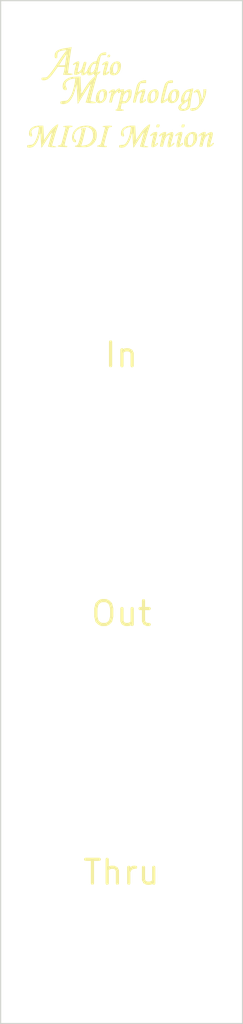
<source format=kicad_pcb>
(kicad_pcb (version 4) (host pcbnew 4.0.2-stable)

  (general
    (links 0)
    (no_connects 0)
    (area 63.424999 32.924999 94.025001 161.575001)
    (thickness 1.6)
    (drawings 39)
    (tracks 0)
    (zones 0)
    (modules 19)
    (nets 1)
  )

  (page A4)
  (layers
    (0 F.Cu signal hide)
    (31 B.Cu signal hide)
    (32 B.Adhes user hide)
    (33 F.Adhes user hide)
    (34 B.Paste user hide)
    (35 F.Paste user hide)
    (36 B.SilkS user hide)
    (37 F.SilkS user)
    (38 B.Mask user hide)
    (39 F.Mask user)
    (40 Dwgs.User user hide)
    (41 Cmts.User user hide)
    (42 Eco1.User user hide)
    (43 Eco2.User user hide)
    (44 Edge.Cuts user)
    (45 Margin user hide)
    (46 B.CrtYd user hide)
    (47 F.CrtYd user hide)
    (48 B.Fab user hide)
    (49 F.Fab user hide)
  )

  (setup
    (last_trace_width 0.25)
    (trace_clearance 0.2)
    (zone_clearance 0.508)
    (zone_45_only no)
    (trace_min 0.2)
    (segment_width 0.2)
    (edge_width 0.15)
    (via_size 0.6)
    (via_drill 0.4)
    (via_min_size 0.4)
    (via_min_drill 0.3)
    (uvia_size 0.3)
    (uvia_drill 0.1)
    (uvias_allowed no)
    (uvia_min_size 0.2)
    (uvia_min_drill 0.1)
    (pcb_text_width 0.3)
    (pcb_text_size 1.5 1.5)
    (mod_edge_width 0.15)
    (mod_text_size 1 1)
    (mod_text_width 0.15)
    (pad_size 1.524 1.524)
    (pad_drill 0.762)
    (pad_to_mask_clearance 0.2)
    (aux_axis_origin 0 0)
    (visible_elements 7FFFFFFF)
    (pcbplotparams
      (layerselection 0x010a0_00000000)
      (usegerberextensions false)
      (excludeedgelayer true)
      (linewidth 0.100000)
      (plotframeref false)
      (viasonmask false)
      (mode 1)
      (useauxorigin false)
      (hpglpennumber 1)
      (hpglpenspeed 20)
      (hpglpendiameter 15)
      (hpglpenoverlay 2)
      (psnegative false)
      (psa4output false)
      (plotreference true)
      (plotvalue true)
      (plotinvisibletext false)
      (padsonsilk false)
      (subtractmaskfromsilk false)
      (outputformat 1)
      (mirror false)
      (drillshape 0)
      (scaleselection 1)
      (outputdirectory gerber/))
  )

  (net 0 "")

  (net_class Default "This is the default net class."
    (clearance 0.2)
    (trace_width 0.25)
    (via_dia 0.6)
    (via_drill 0.4)
    (uvia_dia 0.3)
    (uvia_drill 0.1)
  )

  (module europi:MountingHole_1.6mm (layer F.Cu) (tedit 5856B7B2) (tstamp 5856BC1D)
    (at 88.2 64.5)
    (descr "Mounting Hole 8.4mm, no annular, M8")
    (tags "mounting hole 8.4mm no annular m8")
    (fp_text reference "" (at 0 -9.4) (layer F.SilkS)
      (effects (font (size 1 1) (thickness 0.15)))
    )
    (fp_text value MountingHole_1.6mm (at 0 9.4) (layer F.Fab)
      (effects (font (size 1 1) (thickness 0.15)))
    )
    (fp_circle (center 0 0) (end 8.4 0) (layer Cmts.User) (width 0.15))
    (fp_circle (center 0 0) (end 8.65 0) (layer F.CrtYd) (width 0.05))
    (pad "" np_thru_hole circle (at 0 0) (size 1.6 1.6) (drill 1.6) (layers *.Cu *.Mask))
  )

  (module europi:MountingHole_1.6mm (layer F.Cu) (tedit 5856B7AC) (tstamp 5856BC25)
    (at 74.7 73.1)
    (descr "Mounting Hole 8.4mm, no annular, M8")
    (tags "mounting hole 8.4mm no annular m8")
    (fp_text reference "" (at 0 -9.4) (layer F.SilkS)
      (effects (font (size 1 1) (thickness 0.15)))
    )
    (fp_text value MountingHole_1.6mm (at 0 9.4) (layer F.Fab)
      (effects (font (size 1 1) (thickness 0.15)))
    )
    (fp_circle (center 0 0) (end 8.4 0) (layer Cmts.User) (width 0.15))
    (fp_circle (center 0 0) (end 8.65 0) (layer F.CrtYd) (width 0.05))
    (pad "" np_thru_hole circle (at 0 0) (size 1.6 1.6) (drill 1.6) (layers *.Cu *.Mask))
  )

  (module europi:MountingHole_1.6mm (layer F.Cu) (tedit 5856B7BB) (tstamp 5856BC16)
    (at 74.65 55.9)
    (descr "Mounting Hole 8.4mm, no annular, M8")
    (tags "mounting hole 8.4mm no annular m8")
    (fp_text reference "" (at 0 -9.4) (layer F.SilkS)
      (effects (font (size 1 1) (thickness 0.15)))
    )
    (fp_text value MountingHole_1.6mm (at 0 9.4) (layer F.Fab)
      (effects (font (size 1 1) (thickness 0.15)))
    )
    (fp_circle (center 0 0) (end 8.4 0) (layer Cmts.User) (width 0.15))
    (fp_circle (center 0 0) (end 8.65 0) (layer F.CrtYd) (width 0.05))
    (pad "" np_thru_hole circle (at 0 0) (size 1.6 1.6) (drill 1.6) (layers *.Cu *.Mask))
  )

  (module europi:MountingHole_1.6mm (layer F.Cu) (tedit 5856B7C2) (tstamp 5856BC2C)
    (at 74.7 88.4)
    (descr "Mounting Hole 8.4mm, no annular, M8")
    (tags "mounting hole 8.4mm no annular m8")
    (fp_text reference "" (at 0 -9.4) (layer F.SilkS)
      (effects (font (size 1 1) (thickness 0.15)))
    )
    (fp_text value MountingHole_1.6mm (at 0 9.4) (layer F.Fab)
      (effects (font (size 1 1) (thickness 0.15)))
    )
    (fp_circle (center 0 0) (end 8.4 0) (layer Cmts.User) (width 0.15))
    (fp_circle (center 0 0) (end 8.65 0) (layer F.CrtYd) (width 0.05))
    (pad "" np_thru_hole circle (at 0 0) (size 1.6 1.6) (drill 1.6) (layers *.Cu *.Mask))
  )

  (module europi:MountingHole_1.6mm (layer F.Cu) (tedit 5856B7C7) (tstamp 5856BC33)
    (at 88.2 97)
    (descr "Mounting Hole 8.4mm, no annular, M8")
    (tags "mounting hole 8.4mm no annular m8")
    (fp_text reference "" (at 0 -9.4) (layer F.SilkS)
      (effects (font (size 1 1) (thickness 0.15)))
    )
    (fp_text value MountingHole_1.6mm (at 0 9.4) (layer F.Fab)
      (effects (font (size 1 1) (thickness 0.15)))
    )
    (fp_circle (center 0 0) (end 8.4 0) (layer Cmts.User) (width 0.15))
    (fp_circle (center 0 0) (end 8.65 0) (layer F.CrtYd) (width 0.05))
    (pad "" np_thru_hole circle (at 0 0) (size 1.6 1.6) (drill 1.6) (layers *.Cu *.Mask))
  )

  (module AM_Logo_Midi_Minion (layer F.Cu) (tedit 5856BC76) (tstamp 5856C7AB)
    (at 0 0)
    (fp_text reference "" (at 0 8.45) (layer F.SilkS)
      (effects (font (size 1 1) (thickness 0.15)))
    )
    (fp_text value AM_Logo_Midi_Minion (at 0 -9.25) (layer F.Fab)
      (effects (font (size 1 1) (thickness 0.15)))
    )
  )

  (module AM_Logo_Midi_Minion (layer F.Cu) (tedit 5856BC76) (tstamp 5856C7A7)
    (at 0 0)
    (fp_text reference "" (at 0 8.45) (layer F.SilkS)
      (effects (font (size 1 1) (thickness 0.15)))
    )
    (fp_text value AM_Logo_Midi_Minion (at 0 -9.25) (layer F.Fab)
      (effects (font (size 1 1) (thickness 0.15)))
    )
  )

  (module Mounting_Holes:MountingHole_3.2mm_M3_ISO7380 (layer F.Cu) (tedit 5856B599) (tstamp 5856B662)
    (at 71 36)
    (descr "Mounting Hole 3.2mm, no annular, M3, ISO7380")
    (tags "mounting hole 3.2mm no annular m3 iso7380")
    (fp_text reference "" (at 0 -3.85) (layer F.SilkS)
      (effects (font (size 1 1) (thickness 0.15)))
    )
    (fp_text value MountingHole_3.2mm_M3_ISO7380 (at 0 3.85) (layer F.Fab)
      (effects (font (size 1 1) (thickness 0.15)))
    )
    (fp_circle (center 0 0) (end 2.85 0) (layer Cmts.User) (width 0.15))
    (fp_circle (center 0 0) (end 3.1 0) (layer F.CrtYd) (width 0.05))
    (pad 1 np_thru_hole circle (at 0 0) (size 3.2 3.2) (drill 3.2) (layers *.Cu *.Mask))
  )

  (module Mounting_Holes:MountingHole_3.2mm_M3_ISO7380 (layer F.Cu) (tedit 5856B5B0) (tstamp 5856B664)
    (at 71 158.5)
    (descr "Mounting Hole 3.2mm, no annular, M3, ISO7380")
    (tags "mounting hole 3.2mm no annular m3 iso7380")
    (fp_text reference "" (at 0 -3.85) (layer F.SilkS)
      (effects (font (size 1 1) (thickness 0.15)))
    )
    (fp_text value MountingHole_3.2mm_M3_ISO7380 (at 0 3.85) (layer F.Fab)
      (effects (font (size 1 1) (thickness 0.15)))
    )
    (fp_circle (center 0 0) (end 2.85 0) (layer Cmts.User) (width 0.15))
    (fp_circle (center 0 0) (end 3.1 0) (layer F.CrtYd) (width 0.05))
    (pad 1 np_thru_hole circle (at 0 0) (size 3.2 3.2) (drill 3.2) (layers *.Cu *.Mask))
  )

  (module europi:MountingHole_1.6mm (layer F.Cu) (tedit 5856B7CD) (tstamp 5856BC3A)
    (at 74.7 105.6)
    (descr "Mounting Hole 8.4mm, no annular, M8")
    (tags "mounting hole 8.4mm no annular m8")
    (fp_text reference "" (at 0 -9.4) (layer F.SilkS)
      (effects (font (size 1 1) (thickness 0.15)))
    )
    (fp_text value MountingHole_1.6mm (at 0 9.4) (layer F.Fab)
      (effects (font (size 1 1) (thickness 0.15)))
    )
    (fp_circle (center 0 0) (end 8.4 0) (layer Cmts.User) (width 0.15))
    (fp_circle (center 0 0) (end 8.65 0) (layer F.CrtYd) (width 0.05))
    (pad "" np_thru_hole circle (at 0 0) (size 1.6 1.6) (drill 1.6) (layers *.Cu *.Mask))
  )

  (module europi:MountingHole_1.6mm (layer F.Cu) (tedit 5856B7E0) (tstamp 5856BC41)
    (at 74.7 138.1)
    (descr "Mounting Hole 8.4mm, no annular, M8")
    (tags "mounting hole 8.4mm no annular m8")
    (fp_text reference "" (at 0 -9.4) (layer F.SilkS)
      (effects (font (size 1 1) (thickness 0.15)))
    )
    (fp_text value MountingHole_1.6mm (at 0 9.4) (layer F.Fab)
      (effects (font (size 1 1) (thickness 0.15)))
    )
    (fp_circle (center 0 0) (end 8.4 0) (layer Cmts.User) (width 0.15))
    (fp_circle (center 0 0) (end 8.65 0) (layer F.CrtYd) (width 0.05))
    (pad "" np_thru_hole circle (at 0 0) (size 1.6 1.6) (drill 1.6) (layers *.Cu *.Mask))
  )

  (module europi:MountingHole_1.6mm (layer F.Cu) (tedit 5856B7DA) (tstamp 5856BC48)
    (at 88.2 129.5)
    (descr "Mounting Hole 8.4mm, no annular, M8")
    (tags "mounting hole 8.4mm no annular m8")
    (fp_text reference "" (at 0 -9.4) (layer F.SilkS)
      (effects (font (size 1 1) (thickness 0.15)))
    )
    (fp_text value MountingHole_1.6mm (at 0 9.4) (layer F.Fab)
      (effects (font (size 1 1) (thickness 0.15)))
    )
    (fp_circle (center 0 0) (end 8.4 0) (layer Cmts.User) (width 0.15))
    (fp_circle (center 0 0) (end 8.65 0) (layer F.CrtYd) (width 0.05))
    (pad "" np_thru_hole circle (at 0 0) (size 1.6 1.6) (drill 1.6) (layers *.Cu *.Mask))
  )

  (module europi:MountingHole_1.6mm (layer F.Cu) (tedit 5856B7D5) (tstamp 5856BC4F)
    (at 74.7 120.9)
    (descr "Mounting Hole 8.4mm, no annular, M8")
    (tags "mounting hole 8.4mm no annular m8")
    (fp_text reference "" (at 0 -9.4) (layer F.SilkS)
      (effects (font (size 1 1) (thickness 0.15)))
    )
    (fp_text value MountingHole_1.6mm (at 0 9.4) (layer F.Fab)
      (effects (font (size 1 1) (thickness 0.15)))
    )
    (fp_circle (center 0 0) (end 8.4 0) (layer Cmts.User) (width 0.15))
    (fp_circle (center 0 0) (end 8.65 0) (layer F.CrtYd) (width 0.05))
    (pad "" np_thru_hole circle (at 0 0) (size 1.6 1.6) (drill 1.6) (layers *.Cu *.Mask))
  )

  (module europi:MountingHole_15mm (layer F.Cu) (tedit 5856B934) (tstamp 5856C0A6)
    (at 78.7 64.5)
    (descr "Mounting Hole 8.4mm, no annular, M8")
    (tags "mounting hole 8.4mm no annular m8")
    (fp_text reference "" (at 0 -9.4) (layer F.SilkS)
      (effects (font (size 1 1) (thickness 0.15)))
    )
    (fp_text value MountingHole_15mm (at 0 9.4) (layer F.Fab)
      (effects (font (size 1 1) (thickness 0.15)))
    )
    (pad "" np_thru_hole circle (at 0 0) (size 15 15) (drill 15) (layers *.Cu *.Mask))
  )

  (module europi:MountingHole_15mm (layer F.Cu) (tedit 5856B923) (tstamp 5856C0AB)
    (at 78.7 97)
    (descr "Mounting Hole 8.4mm, no annular, M8")
    (tags "mounting hole 8.4mm no annular m8")
    (fp_text reference "" (at 0 -9.4) (layer F.SilkS)
      (effects (font (size 1 1) (thickness 0.15)))
    )
    (fp_text value MountingHole_15mm (at 0 9.4) (layer F.Fab)
      (effects (font (size 1 1) (thickness 0.15)))
    )
    (pad "" np_thru_hole circle (at 0 0) (size 15 15) (drill 15) (layers *.Cu *.Mask))
  )

  (module europi:MountingHole_15mm (layer F.Cu) (tedit 5856B91B) (tstamp 5856C0B0)
    (at 78.7 129.5)
    (descr "Mounting Hole 8.4mm, no annular, M8")
    (tags "mounting hole 8.4mm no annular m8")
    (fp_text reference "" (at 0 -9.4) (layer F.SilkS)
      (effects (font (size 1 1) (thickness 0.15)))
    )
    (fp_text value MountingHole_15mm (at 0 9.4) (layer F.Fab)
      (effects (font (size 1 1) (thickness 0.15)))
    )
    (pad "" np_thru_hole circle (at 0 0) (size 15 15) (drill 15) (layers *.Cu *.Mask))
  )

  (module europi:MountingHole_3mm (layer F.Cu) (tedit 5856B92B) (tstamp 5856C292)
    (at 71.1 77.6)
    (descr "Mounting Hole 8.4mm, no annular, M8")
    (tags "mounting hole 8.4mm no annular m8")
    (fp_text reference "" (at 0.05 -3.7) (layer F.SilkS)
      (effects (font (size 1 1) (thickness 0.15)))
    )
    (fp_text value MountingHole_3mm (at 0.2 4.2) (layer F.Fab)
      (effects (font (size 1 1) (thickness 0.15)))
    )
    (pad "" np_thru_hole circle (at 0 0) (size 3 3) (drill 3) (layers *.Cu *.Mask))
  )

  (module europi:MountingHole_3mm (layer F.Cu) (tedit 5856B914) (tstamp 5856C297)
    (at 71.1 110.2)
    (descr "Mounting Hole 8.4mm, no annular, M8")
    (tags "mounting hole 8.4mm no annular m8")
    (fp_text reference "" (at 0.05 -3.7) (layer F.SilkS)
      (effects (font (size 1 1) (thickness 0.15)))
    )
    (fp_text value MountingHole_3mm (at 0.2 4.2) (layer F.Fab)
      (effects (font (size 1 1) (thickness 0.15)))
    )
    (pad "" np_thru_hole circle (at 0 0) (size 3 3) (drill 3) (layers *.Cu *.Mask))
  )

  (module europi:AM_LOGO_MIDI_Minion (layer F.Cu) (tedit 0) (tstamp 5856CDA2)
    (at 77.8 45.55)
    (fp_text reference G*** (at 0 0) (layer F.SilkS) hide
      (effects (font (thickness 0.3)))
    )
    (fp_text value LOGO (at 0.75 0) (layer F.SilkS) hide
      (effects (font (thickness 0.3)))
    )
    (fp_poly (pts (xy -7.053305 3.041351) (xy -7.080121 3.180037) (xy -7.139892 3.352136) (xy -7.203367 3.533888)
      (xy -7.288198 3.795399) (xy -7.385298 4.107718) (xy -7.485582 4.441898) (xy -7.534046 4.608025)
      (xy -7.622666 4.914677) (xy -7.701784 5.187774) (xy -7.765465 5.40688) (xy -7.807772 5.551556)
      (xy -7.821162 5.596534) (xy -7.816991 5.655852) (xy -7.745129 5.695359) (xy -7.583917 5.726267)
      (xy -7.565589 5.728831) (xy -7.404191 5.760134) (xy -7.301197 5.797606) (xy -7.281333 5.819074)
      (xy -7.332613 5.846253) (xy -7.466671 5.862943) (xy -7.653837 5.868604) (xy -7.86444 5.862697)
      (xy -8.068808 5.844683) (xy -8.13815 5.834636) (xy -8.271773 5.806002) (xy -8.317191 5.762469)
      (xy -8.298259 5.675483) (xy -8.289872 5.653041) (xy -8.24657 5.524632) (xy -8.188381 5.332252)
      (xy -8.121013 5.097249) (xy -8.050174 4.840972) (xy -7.981574 4.584766) (xy -7.920922 4.34998)
      (xy -7.873924 4.157963) (xy -7.846291 4.03006) (xy -7.843732 3.987621) (xy -7.844757 3.988531)
      (xy -7.944256 4.113422) (xy -8.086559 4.311131) (xy -8.255791 4.558034) (xy -8.436078 4.83051)
      (xy -8.611545 5.104935) (xy -8.766318 5.357688) (xy -8.777371 5.376333) (xy -8.910319 5.595287)
      (xy -9.024898 5.772936) (xy -9.108044 5.889733) (xy -9.145128 5.926666) (xy -9.161877 5.873401)
      (xy -9.180836 5.726184) (xy -9.20026 5.503883) (xy -9.218405 5.225366) (xy -9.228697 5.022894)
      (xy -9.245135 4.715442) (xy -9.264006 4.449527) (xy -9.283548 4.244755) (xy -9.301997 4.120732)
      (xy -9.31235 4.092829) (xy -9.344955 4.128928) (xy -9.38785 4.249106) (xy -9.427257 4.407542)
      (xy -9.544644 4.817593) (xy -9.709665 5.191034) (xy -9.909883 5.506973) (xy -10.132862 5.744521)
      (xy -10.284197 5.847039) (xy -10.425777 5.894636) (xy -10.603503 5.921654) (xy -10.773687 5.92517)
      (xy -10.892639 5.902267) (xy -10.912592 5.889037) (xy -10.942292 5.80827) (xy -10.950222 5.719703)
      (xy -10.940487 5.643431) (xy -10.892763 5.604136) (xy -10.77927 5.589736) (xy -10.64739 5.588)
      (xy -10.399584 5.566138) (xy -10.229068 5.496028) (xy -10.207621 5.480286) (xy -10.049893 5.304325)
      (xy -9.896009 5.038046) (xy -9.754623 4.70392) (xy -9.634388 4.324415) (xy -9.543958 3.922001)
      (xy -9.504887 3.655512) (xy -9.466153 3.313143) (xy -9.704224 3.345075) (xy -9.933108 3.40693)
      (xy -10.149563 3.518191) (xy -10.321562 3.657706) (xy -10.41708 3.804323) (xy -10.421209 3.818628)
      (xy -10.428512 3.979109) (xy -10.394035 4.147084) (xy -10.336745 4.345736) (xy -10.342851 4.462871)
      (xy -10.414732 4.511949) (xy -10.459155 4.515555) (xy -10.608035 4.481117) (xy -10.693461 4.369556)
      (xy -10.724047 4.168506) (xy -10.724444 4.134574) (xy -10.676896 3.826376) (xy -10.531591 3.573021)
      (xy -10.371726 3.425601) (xy -10.150514 3.290374) (xy -9.907244 3.20723) (xy -9.609129 3.167514)
      (xy -9.368887 3.160888) (xy -8.933287 3.160888) (xy -8.883421 4.068785) (xy -8.833555 4.976681)
      (xy -8.425374 4.354735) (xy -8.173269 3.985421) (xy -7.950215 3.6951) (xy -7.736288 3.461049)
      (xy -7.511566 3.260548) (xy -7.371642 3.153031) (xy -7.193354 3.032756) (xy -7.089146 2.993893)
      (xy -7.053305 3.041351)) (layer F.SilkS) (width 0.01))
    (fp_poly (pts (xy 4.517806 3.041351) (xy 4.490991 3.180037) (xy 4.431219 3.352136) (xy 4.367744 3.533888)
      (xy 4.282914 3.795399) (xy 4.185813 4.107718) (xy 4.085529 4.441898) (xy 4.037065 4.608025)
      (xy 3.948445 4.914677) (xy 3.869327 5.187774) (xy 3.805646 5.40688) (xy 3.763339 5.551556)
      (xy 3.749949 5.596534) (xy 3.75412 5.655852) (xy 3.825982 5.695359) (xy 3.987194 5.726267)
      (xy 4.005522 5.728831) (xy 4.16692 5.760134) (xy 4.269914 5.797606) (xy 4.289778 5.819074)
      (xy 4.238498 5.846253) (xy 4.10444 5.862943) (xy 3.917274 5.868604) (xy 3.706672 5.862697)
      (xy 3.502303 5.844683) (xy 3.432961 5.834636) (xy 3.299338 5.806002) (xy 3.25392 5.762469)
      (xy 3.272852 5.675483) (xy 3.28124 5.653041) (xy 3.324541 5.524632) (xy 3.38273 5.332252)
      (xy 3.450098 5.097249) (xy 3.520937 4.840972) (xy 3.589537 4.584766) (xy 3.65019 4.34998)
      (xy 3.697187 4.157963) (xy 3.72482 4.03006) (xy 3.727379 3.987621) (xy 3.726354 3.988531)
      (xy 3.626855 4.113422) (xy 3.484552 4.311131) (xy 3.31532 4.558034) (xy 3.135033 4.83051)
      (xy 2.959566 5.104935) (xy 2.804793 5.357688) (xy 2.79374 5.376333) (xy 2.660792 5.595287)
      (xy 2.546213 5.772936) (xy 2.463067 5.889733) (xy 2.425983 5.926666) (xy 2.409234 5.873401)
      (xy 2.390275 5.726184) (xy 2.370851 5.503883) (xy 2.352706 5.225366) (xy 2.342415 5.022894)
      (xy 2.325977 4.715442) (xy 2.307105 4.449527) (xy 2.287563 4.244755) (xy 2.269115 4.120732)
      (xy 2.258761 4.092829) (xy 2.226156 4.128928) (xy 2.183261 4.249106) (xy 2.143854 4.407542)
      (xy 2.026467 4.817593) (xy 1.861446 5.191034) (xy 1.661228 5.506973) (xy 1.438249 5.744521)
      (xy 1.286914 5.847039) (xy 1.145334 5.894636) (xy 0.967608 5.921654) (xy 0.797424 5.92517)
      (xy 0.678472 5.902267) (xy 0.658519 5.889037) (xy 0.628819 5.80827) (xy 0.620889 5.719703)
      (xy 0.630624 5.643431) (xy 0.678348 5.604136) (xy 0.791841 5.589736) (xy 0.923721 5.588)
      (xy 1.171527 5.566138) (xy 1.342043 5.496028) (xy 1.36349 5.480286) (xy 1.521219 5.304325)
      (xy 1.675102 5.038046) (xy 1.816488 4.70392) (xy 1.936723 4.324415) (xy 2.027153 3.922001)
      (xy 2.066224 3.655512) (xy 2.104958 3.313143) (xy 1.866888 3.345075) (xy 1.638003 3.40693)
      (xy 1.421549 3.518191) (xy 1.249549 3.657706) (xy 1.154031 3.804323) (xy 1.149902 3.818628)
      (xy 1.142599 3.979109) (xy 1.177076 4.147084) (xy 1.234366 4.345736) (xy 1.22826 4.462871)
      (xy 1.156379 4.511949) (xy 1.111956 4.515555) (xy 0.963076 4.481117) (xy 0.87765 4.369556)
      (xy 0.847064 4.168506) (xy 0.846667 4.134574) (xy 0.894215 3.826376) (xy 1.03952 3.573021)
      (xy 1.199385 3.425601) (xy 1.420597 3.290374) (xy 1.663867 3.20723) (xy 1.961982 3.167514)
      (xy 2.202224 3.160888) (xy 2.637824 3.160888) (xy 2.68769 4.068785) (xy 2.737556 4.976681)
      (xy 3.145738 4.354735) (xy 3.397842 3.985421) (xy 3.620896 3.6951) (xy 3.834823 3.461049)
      (xy 4.059546 3.260548) (xy 4.199469 3.153031) (xy 4.377757 3.032756) (xy 4.481966 2.993893)
      (xy 4.517806 3.041351)) (layer F.SilkS) (width 0.01))
    (fp_poly (pts (xy -5.389701 3.172301) (xy -5.294313 3.188224) (xy -5.254483 3.218125) (xy -5.249333 3.24358)
      (xy -5.298066 3.312401) (xy -5.414635 3.330222) (xy -5.564404 3.357693) (xy -5.663436 3.413721)
      (xy -5.694499 3.483764) (xy -5.746726 3.642847) (xy -5.814596 3.87032) (xy -5.892586 4.145533)
      (xy -5.975174 4.447838) (xy -6.056839 4.756584) (xy -6.132057 5.051123) (xy -6.195308 5.310803)
      (xy -6.241068 5.514977) (xy -6.263816 5.642995) (xy -6.265333 5.664482) (xy -6.215691 5.688644)
      (xy -6.093779 5.700609) (xy -6.069549 5.700888) (xy -5.938788 5.712171) (xy -5.899108 5.752997)
      (xy -5.906255 5.785555) (xy -5.981376 5.848861) (xy -6.059705 5.858733) (xy -6.171665 5.851081)
      (xy -6.360237 5.841078) (xy -6.589224 5.830608) (xy -6.646333 5.828228) (xy -6.892635 5.812692)
      (xy -7.04093 5.788595) (xy -7.105962 5.752926) (xy -7.112 5.73311) (xy -7.062317 5.673087)
      (xy -6.939362 5.625183) (xy -6.91513 5.620074) (xy -6.766685 5.567351) (xy -6.668028 5.488202)
      (xy -6.662913 5.479724) (xy -6.631148 5.392091) (xy -6.578473 5.215421) (xy -6.510652 4.970366)
      (xy -6.43345 4.67758) (xy -6.3761 4.452042) (xy -6.297401 4.138568) (xy -6.22673 3.858516)
      (xy -6.169282 3.632364) (xy -6.130254 3.480592) (xy -6.116513 3.429) (xy -6.118951 3.359415)
      (xy -6.197191 3.332591) (xy -6.266233 3.330222) (xy -6.395018 3.311493) (xy -6.420675 3.259666)
      (xy -6.360689 3.221872) (xy -6.204852 3.194741) (xy -5.946099 3.177248) (xy -5.823305 3.173025)
      (xy -5.559685 3.168015) (xy -5.389701 3.172301)) (layer F.SilkS) (width 0.01))
    (fp_poly (pts (xy -3.215804 3.171294) (xy -2.981396 3.213708) (xy -2.743347 3.326052) (xy -2.51605 3.502442)
      (xy -2.338814 3.708935) (xy -2.277592 3.821416) (xy -2.220444 4.052022) (xy -2.20375 4.339113)
      (xy -2.226195 4.634295) (xy -2.286465 4.889175) (xy -2.308036 4.942578) (xy -2.513138 5.277531)
      (xy -2.788904 5.556975) (xy -3.075811 5.737503) (xy -3.218568 5.797358) (xy -3.357227 5.835267)
      (xy -3.522713 5.855444) (xy -3.745948 5.862105) (xy -3.979333 5.860637) (xy -4.253825 5.855032)
      (xy -4.504959 5.846591) (xy -4.699851 5.836597) (xy -4.787093 5.829135) (xy -4.918629 5.789345)
      (xy -4.947105 5.730669) (xy -4.87422 5.676281) (xy -4.774266 5.654319) (xy -4.683561 5.624552)
      (xy -4.602223 5.549646) (xy -4.524437 5.41683) (xy -4.44439 5.213334) (xy -4.356265 4.926389)
      (xy -4.254248 4.543224) (xy -4.236624 4.473627) (xy -4.163647 4.173836) (xy -4.119696 3.962743)
      (xy -4.102197 3.820672) (xy -4.108572 3.727947) (xy -4.131687 3.67186) (xy -4.173948 3.592256)
      (xy -4.165014 3.542592) (xy -4.086524 3.510025) (xy -3.920115 3.48171) (xy -3.845115 3.471426)
      (xy -3.661177 3.454101) (xy -3.579728 3.466402) (xy -3.578811 3.4908) (xy -3.603788 3.564543)
      (xy -3.647906 3.727767) (xy -3.705899 3.959733) (xy -3.772504 4.239702) (xy -3.807508 4.391724)
      (xy -3.88135 4.704233) (xy -3.954848 4.994693) (xy -4.021092 5.237176) (xy -4.073176 5.40575)
      (xy -4.088664 5.447078) (xy -4.139079 5.586002) (xy -4.157001 5.674604) (xy -4.153728 5.68642)
      (xy -4.089773 5.69077) (xy -3.94565 5.678557) (xy -3.752434 5.652423) (xy -3.750549 5.65213)
      (xy -3.389305 5.561108) (xy -3.110944 5.40702) (xy -2.89746 5.177449) (xy -2.788203 4.988537)
      (xy -2.705764 4.799947) (xy -2.664928 4.63431) (xy -2.656284 4.439537) (xy -2.662347 4.292047)
      (xy -2.700044 3.99259) (xy -2.785537 3.76856) (xy -2.936469 3.586595) (xy -3.10387 3.457222)
      (xy -3.273972 3.371406) (xy -3.480816 3.334276) (xy -3.612369 3.330222) (xy -4.014038 3.375361)
      (xy -4.370421 3.503586) (xy -4.667912 3.704108) (xy -4.892908 3.966136) (xy -5.031804 4.278881)
      (xy -5.068015 4.48469) (xy -5.077475 4.664868) (xy -5.059956 4.771195) (xy -5.003774 4.84167)
      (xy -4.945416 4.883358) (xy -4.833841 4.993566) (xy -4.792846 5.111694) (xy -4.823322 5.207108)
      (xy -4.926158 5.249174) (xy -4.934792 5.249333) (xy -5.098782 5.197884) (xy -5.220105 5.052895)
      (xy -5.290312 4.828405) (xy -5.304538 4.634943) (xy -5.24955 4.248669) (xy -5.091928 3.901401)
      (xy -4.837961 3.602487) (xy -4.493938 3.361272) (xy -4.422891 3.324681) (xy -4.178223 3.241081)
      (xy -3.866644 3.18543) (xy -3.531418 3.161057) (xy -3.215804 3.171294)) (layer F.SilkS) (width 0.01))
    (fp_poly (pts (xy -0.422589 3.172301) (xy -0.327202 3.188224) (xy -0.287372 3.218125) (xy -0.282222 3.24358)
      (xy -0.330955 3.312401) (xy -0.447524 3.330222) (xy -0.597293 3.357693) (xy -0.696325 3.413721)
      (xy -0.727388 3.483764) (xy -0.779615 3.642847) (xy -0.847485 3.87032) (xy -0.925475 4.145533)
      (xy -1.008063 4.447838) (xy -1.089728 4.756584) (xy -1.164946 5.051123) (xy -1.228196 5.310803)
      (xy -1.273957 5.514977) (xy -1.296705 5.642995) (xy -1.298222 5.664482) (xy -1.24858 5.688644)
      (xy -1.126668 5.700609) (xy -1.102438 5.700888) (xy -0.971677 5.712171) (xy -0.931997 5.752997)
      (xy -0.939144 5.785555) (xy -1.014265 5.848861) (xy -1.092594 5.858733) (xy -1.204554 5.851081)
      (xy -1.393126 5.841078) (xy -1.622113 5.830608) (xy -1.679222 5.828228) (xy -1.925524 5.812692)
      (xy -2.073819 5.788595) (xy -2.138851 5.752926) (xy -2.144889 5.73311) (xy -2.095206 5.673087)
      (xy -1.972251 5.625183) (xy -1.948019 5.620074) (xy -1.799574 5.567351) (xy -1.700917 5.488202)
      (xy -1.695802 5.479724) (xy -1.664037 5.392091) (xy -1.611362 5.215421) (xy -1.543541 4.970366)
      (xy -1.466339 4.67758) (xy -1.408988 4.452042) (xy -1.33029 4.138568) (xy -1.259619 3.858516)
      (xy -1.202171 3.632364) (xy -1.163143 3.480592) (xy -1.149402 3.429) (xy -1.15184 3.359415)
      (xy -1.230079 3.332591) (xy -1.299122 3.330222) (xy -1.427907 3.311493) (xy -1.453564 3.259666)
      (xy -1.393578 3.221872) (xy -1.237741 3.194741) (xy -0.978988 3.177248) (xy -0.856193 3.173025)
      (xy -0.592574 3.168015) (xy -0.422589 3.172301)) (layer F.SilkS) (width 0.01))
    (fp_poly (pts (xy 5.329688 3.956472) (xy 5.384413 3.982839) (xy 5.409863 4.045634) (xy 5.4061 4.160282)
      (xy 5.373188 4.342204) (xy 5.31119 4.606825) (xy 5.249334 4.854222) (xy 5.184199 5.115475)
      (xy 5.130677 5.336354) (xy 5.094155 5.494172) (xy 5.080023 5.566242) (xy 5.08 5.567036)
      (xy 5.115374 5.558788) (xy 5.204389 5.488414) (xy 5.249706 5.446532) (xy 5.366942 5.347329)
      (xy 5.441994 5.325711) (xy 5.489595 5.356044) (xy 5.499748 5.435796) (xy 5.432128 5.544577)
      (xy 5.310641 5.662379) (xy 5.159197 5.769195) (xy 5.001702 5.845017) (xy 4.875185 5.870222)
      (xy 4.755877 5.863711) (xy 4.701069 5.823123) (xy 4.685727 5.716872) (xy 4.685031 5.630333)
      (xy 4.699996 5.468085) (xy 4.739908 5.237019) (xy 4.797494 4.976512) (xy 4.827269 4.860052)
      (xy 4.885111 4.63094) (xy 4.925345 4.445238) (xy 4.942916 4.327936) (xy 4.940361 4.300657)
      (xy 4.882486 4.311269) (xy 4.807791 4.365383) (xy 4.698761 4.433139) (xy 4.590005 4.458899)
      (xy 4.522158 4.43601) (xy 4.515556 4.413226) (xy 4.556561 4.342174) (xy 4.658528 4.235483)
      (xy 4.789888 4.122179) (xy 4.919069 4.031287) (xy 4.949289 4.014452) (xy 5.098371 3.967401)
      (xy 5.245623 3.951111) (xy 5.329688 3.956472)) (layer F.SilkS) (width 0.01))
    (fp_poly (pts (xy 6.491666 3.957166) (xy 6.539311 3.997761) (xy 6.530823 4.106545) (xy 6.52257 4.151265)
      (xy 6.485021 4.351419) (xy 6.792932 4.146977) (xy 7.043454 4.006568) (xy 7.236562 3.954305)
      (xy 7.368139 3.990179) (xy 7.434068 4.114179) (xy 7.438928 4.148666) (xy 7.429532 4.273939)
      (xy 7.390901 4.474055) (xy 7.329895 4.716895) (xy 7.283706 4.875275) (xy 7.188413 5.197881)
      (xy 7.133618 5.421354) (xy 7.119934 5.552165) (xy 7.147972 5.59679) (xy 7.218346 5.561701)
      (xy 7.331667 5.453373) (xy 7.337778 5.446888) (xy 7.465852 5.332047) (xy 7.541345 5.315655)
      (xy 7.563556 5.386046) (xy 7.516556 5.49115) (xy 7.396739 5.615405) (xy 7.235877 5.735478)
      (xy 7.06574 5.828034) (xy 6.918102 5.86974) (xy 6.904285 5.870222) (xy 6.787276 5.863663)
      (xy 6.733156 5.823057) (xy 6.717695 5.717011) (xy 6.716889 5.627434) (xy 6.733211 5.458361)
      (xy 6.776542 5.225569) (xy 6.838434 4.972513) (xy 6.856816 4.907767) (xy 6.920058 4.685039)
      (xy 6.968719 4.499988) (xy 6.995226 4.381998) (xy 6.997927 4.360333) (xy 6.964116 4.295872)
      (xy 6.864755 4.314223) (xy 6.708322 4.412968) (xy 6.64945 4.45962) (xy 6.525281 4.584652)
      (xy 6.424512 4.744891) (xy 6.337918 4.961647) (xy 6.256275 5.256225) (xy 6.203684 5.489222)
      (xy 6.161638 5.67051) (xy 6.120579 5.767443) (xy 6.059554 5.806401) (xy 5.957611 5.813763)
      (xy 5.945907 5.813777) (xy 5.809875 5.794769) (xy 5.75968 5.743938) (xy 5.759698 5.743222)
      (xy 5.772702 5.663637) (xy 5.806462 5.497801) (xy 5.855969 5.269373) (xy 5.916217 5.002011)
      (xy 5.920989 4.981222) (xy 5.978015 4.720294) (xy 6.019577 4.504429) (xy 6.042109 4.354313)
      (xy 6.04204 4.29063) (xy 6.040262 4.289777) (xy 5.976905 4.327251) (xy 5.898445 4.402666)
      (xy 5.788615 4.490719) (xy 5.697332 4.511066) (xy 5.652687 4.461774) (xy 5.654675 4.419452)
      (xy 5.722909 4.301887) (xy 5.864339 4.173472) (xy 6.04444 4.057112) (xy 6.228683 3.975713)
      (xy 6.36067 3.951111) (xy 6.491666 3.957166)) (layer F.SilkS) (width 0.01))
    (fp_poly (pts (xy 8.490577 3.956472) (xy 8.545302 3.982839) (xy 8.570752 4.045634) (xy 8.566989 4.160282)
      (xy 8.534077 4.342204) (xy 8.472079 4.606825) (xy 8.410222 4.854222) (xy 8.345088 5.115475)
      (xy 8.291566 5.336354) (xy 8.255044 5.494172) (xy 8.240912 5.566242) (xy 8.240889 5.567036)
      (xy 8.276263 5.558788) (xy 8.365278 5.488414) (xy 8.410595 5.446532) (xy 8.527831 5.347329)
      (xy 8.602883 5.325711) (xy 8.650483 5.356044) (xy 8.660637 5.435796) (xy 8.593017 5.544577)
      (xy 8.47153 5.662379) (xy 8.320086 5.769195) (xy 8.162591 5.845017) (xy 8.036074 5.870222)
      (xy 7.916765 5.863711) (xy 7.861958 5.823123) (xy 7.846616 5.716872) (xy 7.84592 5.630333)
      (xy 7.860885 5.468085) (xy 7.900796 5.237019) (xy 7.958383 4.976512) (xy 7.988158 4.860052)
      (xy 8.046 4.63094) (xy 8.086234 4.445238) (xy 8.103805 4.327936) (xy 8.10125 4.300657)
      (xy 8.043375 4.311269) (xy 7.96868 4.365383) (xy 7.859649 4.433139) (xy 7.750894 4.458899)
      (xy 7.683047 4.43601) (xy 7.676445 4.413226) (xy 7.717449 4.342174) (xy 7.819417 4.235483)
      (xy 7.950776 4.122179) (xy 8.079958 4.031287) (xy 8.110178 4.014452) (xy 8.25926 3.967401)
      (xy 8.406512 3.951111) (xy 8.490577 3.956472)) (layer F.SilkS) (width 0.01))
    (fp_poly (pts (xy 10.146013 3.985575) (xy 10.312848 4.0941) (xy 10.409362 4.284378) (xy 10.442138 4.564104)
      (xy 10.442222 4.582055) (xy 10.400509 4.962246) (xy 10.270479 5.283182) (xy 10.086584 5.52226)
      (xy 9.856463 5.723651) (xy 9.626798 5.834153) (xy 9.362668 5.870078) (xy 9.341793 5.870222)
      (xy 9.145788 5.852252) (xy 9.00596 5.785757) (xy 8.937883 5.72568) (xy 8.863068 5.641109)
      (xy 8.821942 5.553319) (xy 8.807072 5.428784) (xy 8.811026 5.233979) (xy 8.812469 5.20401)
      (xy 9.261023 5.20401) (xy 9.279593 5.406536) (xy 9.315319 5.535266) (xy 9.418076 5.623563)
      (xy 9.563766 5.637237) (xy 9.709511 5.575013) (xy 9.740476 5.547905) (xy 9.83002 5.427656)
      (xy 9.912205 5.271381) (xy 9.913841 5.267495) (xy 9.958852 5.095419) (xy 9.983756 4.869248)
      (xy 9.987774 4.630575) (xy 9.970126 4.420992) (xy 9.932236 4.286067) (xy 9.832613 4.191791)
      (xy 9.699887 4.186013) (xy 9.555264 4.258263) (xy 9.41995 4.398071) (xy 9.317093 4.589785)
      (xy 9.279852 4.753767) (xy 9.261135 4.972465) (xy 9.261023 5.20401) (xy 8.812469 5.20401)
      (xy 8.814211 5.167851) (xy 8.833006 4.931474) (xy 8.870323 4.760707) (xy 8.940725 4.608339)
      (xy 9.029649 4.46944) (xy 9.269189 4.191693) (xy 9.538379 4.020677) (xy 9.843452 3.952692)
      (xy 9.902269 3.951111) (xy 10.146013 3.985575)) (layer F.SilkS) (width 0.01))
    (fp_poly (pts (xy 11.458777 3.957166) (xy 11.506422 3.997761) (xy 11.497934 4.106545) (xy 11.489681 4.151265)
      (xy 11.452132 4.351419) (xy 11.760043 4.146977) (xy 12.010565 4.006568) (xy 12.203674 3.954305)
      (xy 12.33525 3.990179) (xy 12.401179 4.114179) (xy 12.406039 4.148666) (xy 12.396643 4.273939)
      (xy 12.358012 4.474055) (xy 12.297006 4.716895) (xy 12.250817 4.875275) (xy 12.155524 5.197881)
      (xy 12.100729 5.421354) (xy 12.087045 5.552165) (xy 12.115083 5.59679) (xy 12.185457 5.561701)
      (xy 12.298778 5.453373) (xy 12.304889 5.446888) (xy 12.432964 5.332047) (xy 12.508456 5.315655)
      (xy 12.530667 5.386046) (xy 12.483667 5.49115) (xy 12.36385 5.615405) (xy 12.202988 5.735478)
      (xy 12.032851 5.828034) (xy 11.885213 5.86974) (xy 11.871396 5.870222) (xy 11.754387 5.863663)
      (xy 11.700268 5.823057) (xy 11.684806 5.717011) (xy 11.684 5.627434) (xy 11.700322 5.458361)
      (xy 11.743653 5.225569) (xy 11.805546 4.972513) (xy 11.823927 4.907767) (xy 11.887169 4.685039)
      (xy 11.93583 4.499988) (xy 11.962337 4.381998) (xy 11.965038 4.360333) (xy 11.931227 4.295872)
      (xy 11.831866 4.314223) (xy 11.675433 4.412968) (xy 11.616561 4.45962) (xy 11.492392 4.584652)
      (xy 11.391623 4.744891) (xy 11.305029 4.961647) (xy 11.223386 5.256225) (xy 11.170795 5.489222)
      (xy 11.128749 5.67051) (xy 11.08769 5.767443) (xy 11.026665 5.806401) (xy 10.924722 5.813763)
      (xy 10.913018 5.813777) (xy 10.776986 5.794769) (xy 10.726792 5.743938) (xy 10.726809 5.743222)
      (xy 10.739813 5.663637) (xy 10.773573 5.497801) (xy 10.823081 5.269373) (xy 10.883328 5.002011)
      (xy 10.8881 4.981222) (xy 10.945126 4.720294) (xy 10.986688 4.504429) (xy 11.00922 4.354313)
      (xy 11.009151 4.29063) (xy 11.007373 4.289777) (xy 10.944016 4.327251) (xy 10.865556 4.402666)
      (xy 10.755726 4.490719) (xy 10.664444 4.511066) (xy 10.619798 4.461774) (xy 10.621786 4.419452)
      (xy 10.69002 4.301887) (xy 10.831451 4.173472) (xy 11.011551 4.057112) (xy 11.195794 3.975713)
      (xy 11.327781 3.951111) (xy 11.458777 3.957166)) (layer F.SilkS) (width 0.01))
    (fp_poly (pts (xy 5.694009 3.039448) (xy 5.691742 3.159571) (xy 5.690642 3.171135) (xy 5.664152 3.301872)
      (xy 5.593459 3.358689) (xy 5.485358 3.37642) (xy 5.358899 3.380793) (xy 5.312658 3.338774)
      (xy 5.314925 3.21865) (xy 5.316025 3.207086) (xy 5.342515 3.07635) (xy 5.413208 3.019533)
      (xy 5.521309 3.001802) (xy 5.647768 2.997428) (xy 5.694009 3.039448)) (layer F.SilkS) (width 0.01))
    (fp_poly (pts (xy 8.854898 3.039448) (xy 8.852631 3.159571) (xy 8.851531 3.171135) (xy 8.825041 3.301872)
      (xy 8.754348 3.358689) (xy 8.646247 3.37642) (xy 8.519788 3.380793) (xy 8.473547 3.338774)
      (xy 8.475814 3.21865) (xy 8.476913 3.207086) (xy 8.503404 3.07635) (xy 8.574096 3.019533)
      (xy 8.682198 3.001802) (xy 8.808657 2.997428) (xy 8.854898 3.039448)) (layer F.SilkS) (width 0.01))
    (fp_poly (pts (xy 0.687231 -1.510763) (xy 0.733032 -1.427045) (xy 0.733778 -1.409126) (xy 0.749547 -1.329685)
      (xy 0.816878 -1.339395) (xy 0.842956 -1.352681) (xy 0.986857 -1.399109) (xy 1.096956 -1.411112)
      (xy 1.200205 -1.393648) (xy 1.238106 -1.31823) (xy 1.241778 -1.241424) (xy 1.241778 -1.071737)
      (xy 1.476025 -1.241424) (xy 1.690919 -1.36031) (xy 1.896273 -1.40934) (xy 2.06538 -1.385105)
      (xy 2.144577 -1.326821) (xy 2.185314 -1.210313) (xy 2.196149 -1.020414) (xy 2.180005 -0.791746)
      (xy 2.139802 -0.558928) (xy 2.078463 -0.356583) (xy 2.058971 -0.312317) (xy 1.950649 -0.133864)
      (xy 1.8036 0.054446) (xy 1.740594 0.122072) (xy 1.592134 0.253722) (xy 1.454289 0.320336)
      (xy 1.270308 0.347462) (xy 1.234934 0.349722) (xy 0.939756 0.366888) (xy 0.86399 0.701606)
      (xy 0.824947 0.915626) (xy 0.833497 1.044135) (xy 0.899092 1.107872) (xy 1.031184 1.127577)
      (xy 1.058334 1.128024) (xy 1.160986 1.160913) (xy 1.185334 1.213555) (xy 1.165537 1.254861)
      (xy 1.093285 1.280589) (xy 0.949287 1.293956) (xy 0.71425 1.298177) (xy 0.677334 1.298222)
      (xy 0.4295 1.294922) (xy 0.275128 1.28288) (xy 0.194926 1.258881) (xy 0.169601 1.219708)
      (xy 0.169334 1.213555) (xy 0.210964 1.138644) (xy 0.247089 1.128888) (xy 0.349326 1.089181)
      (xy 0.38504 1.056357) (xy 0.414875 0.982112) (xy 0.462723 0.819805) (xy 0.52355 0.590849)
      (xy 0.592323 0.316658) (xy 0.664008 0.018644) (xy 0.687934 -0.084689) (xy 1.041683 -0.084689)
      (xy 1.043349 0.013132) (xy 1.083079 0.064203) (xy 1.083504 0.064473) (xy 1.249614 0.110337)
      (xy 1.423085 0.070907) (xy 1.500011 0.015925) (xy 1.637304 -0.17904) (xy 1.743302 -0.437843)
      (xy 1.800062 -0.712226) (xy 1.804983 -0.804334) (xy 1.800187 -0.9669) (xy 1.77441 -1.046051)
      (xy 1.713539 -1.071051) (xy 1.675672 -1.072445) (xy 1.545117 -1.027009) (xy 1.395785 -0.910034)
      (xy 1.260239 -0.750522) (xy 1.200363 -0.649112) (xy 1.154378 -0.527895) (xy 1.100998 -0.349857)
      (xy 1.077525 -0.259218) (xy 1.041683 -0.084689) (xy 0.687934 -0.084689) (xy 0.733571 -0.281779)
      (xy 0.79598 -0.563197) (xy 0.846201 -0.804197) (xy 0.879199 -0.983366) (xy 0.889943 -1.07929)
      (xy 0.888859 -1.086979) (xy 0.839639 -1.08939) (xy 0.739298 -1.031675) (xy 0.714291 -1.012787)
      (xy 0.587092 -0.933975) (xy 0.505865 -0.940613) (xy 0.495078 -0.949901) (xy 0.468158 -1.030039)
      (xy 0.513215 -1.106997) (xy 0.549458 -1.166954) (xy 0.517086 -1.169253) (xy 0.435848 -1.126495)
      (xy 0.325489 -1.051278) (xy 0.205759 -0.956203) (xy 0.096405 -0.853867) (xy 0.067913 -0.822883)
      (xy -0.042126 -0.667698) (xy -0.126139 -0.470528) (xy -0.19833 -0.197324) (xy -0.204079 -0.170888)
      (xy -0.254027 0.051941) (xy -0.294344 0.18638) (xy -0.337674 0.254709) (xy -0.396656 0.279207)
      (xy -0.461168 0.282222) (xy -0.540969 0.279005) (xy -0.58985 0.257412) (xy -0.608305 0.19953)
      (xy -0.596824 0.087447) (xy -0.555901 -0.096749) (xy -0.486028 -0.370972) (xy -0.479778 -0.395112)
      (xy -0.419708 -0.637382) (xy -0.372467 -0.847446) (xy -0.344559 -0.995345) (xy -0.339798 -1.039951)
      (xy -0.346454 -1.105708) (xy -0.384498 -1.099667) (xy -0.47791 -1.017754) (xy -0.479555 -1.01621)
      (xy -0.583976 -0.938309) (xy -0.655476 -0.920654) (xy -0.661003 -0.924411) (xy -0.671969 -1.00254)
      (xy -0.604749 -1.107167) (xy -0.484204 -1.218688) (xy -0.335196 -1.317501) (xy -0.182584 -1.384003)
      (xy -0.058387 -1.399575) (xy 0.046519 -1.366051) (xy 0.069351 -1.276944) (xy 0.065693 -1.241778)
      (xy 0.060077 -1.166046) (xy 0.08321 -1.151833) (xy 0.152953 -1.205441) (xy 0.265628 -1.312334)
      (xy 0.436398 -1.449865) (xy 0.582642 -1.517189) (xy 0.687231 -1.510763)) (layer F.SilkS) (width 0.01))
    (fp_poly (pts (xy 9.933361 -1.476559) (xy 9.917084 -1.377672) (xy 9.817943 -0.90705) (xy 9.740804 -0.532334)
      (xy 9.68312 -0.23924) (xy 9.642343 -0.013486) (xy 9.615925 0.15921) (xy 9.601319 0.29313)
      (xy 9.595975 0.402557) (xy 9.595792 0.423333) (xy 9.548756 0.743883) (xy 9.413369 0.996906)
      (xy 9.195747 1.176682) (xy 8.902006 1.277488) (xy 8.660755 1.298011) (xy 8.440967 1.287977)
      (xy 8.29666 1.251612) (xy 8.195088 1.183134) (xy 8.08326 1.012979) (xy 8.077472 0.886215)
      (xy 8.416819 0.886215) (xy 8.477956 1.004711) (xy 8.61466 1.069358) (xy 8.792387 1.061894)
      (xy 8.970478 0.988134) (xy 9.05278 0.922492) (xy 9.159575 0.791049) (xy 9.223067 0.667247)
      (xy 9.226256 0.654381) (xy 9.260476 0.457371) (xy 9.284486 0.271734) (xy 9.295185 0.128534)
      (xy 9.289474 0.058835) (xy 9.285909 0.056444) (xy 9.225073 0.08739) (xy 9.101612 0.167412)
      (xy 8.942787 0.277291) (xy 8.775858 0.397803) (xy 8.628085 0.509727) (xy 8.537222 0.584356)
      (xy 8.434337 0.729861) (xy 8.416819 0.886215) (xy 8.077472 0.886215) (xy 8.074488 0.820888)
      (xy 8.166617 0.625842) (xy 8.271075 0.513847) (xy 8.403766 0.408977) (xy 8.509632 0.345458)
      (xy 8.539186 0.33695) (xy 8.555509 0.313928) (xy 8.509 0.277701) (xy 8.445653 0.206777)
      (xy 8.416139 0.071959) (xy 8.411462 -0.073361) (xy 8.436691 -0.239889) (xy 8.805885 -0.239889)
      (xy 8.813618 -0.086972) (xy 8.847175 -0.01684) (xy 8.920682 -0.000001) (xy 8.920788 0)
      (xy 9.040241 -0.038296) (xy 9.166764 -0.130528) (xy 9.16809 -0.131848) (xy 9.25573 -0.258732)
      (xy 9.343638 -0.447896) (xy 9.394497 -0.597514) (xy 9.449899 -0.792619) (xy 9.496016 -0.954195)
      (xy 9.517888 -1.030112) (xy 9.513098 -1.105255) (xy 9.422627 -1.128691) (xy 9.40642 -1.128889)
      (xy 9.255916 -1.114157) (xy 9.170278 -1.092111) (xy 9.078656 -1.009787) (xy 8.981988 -0.849991)
      (xy 8.894692 -0.646448) (xy 8.83119 -0.432883) (xy 8.805901 -0.243021) (xy 8.805885 -0.239889)
      (xy 8.436691 -0.239889) (xy 8.468802 -0.451833) (xy 8.636571 -0.811842) (xy 8.805649 -1.035959)
      (xy 8.990572 -1.222195) (xy 9.169441 -1.335696) (xy 9.388661 -1.40369) (xy 9.454445 -1.416629)
      (xy 9.637696 -1.454359) (xy 9.796151 -1.493882) (xy 9.816057 -1.499786) (xy 9.909066 -1.519088)
      (xy 9.933361 -1.476559)) (layer F.SilkS) (width 0.01))
    (fp_poly (pts (xy 11.558806 -1.030112) (xy 11.499359 -0.681521) (xy 11.376958 -0.300834) (xy 11.205428 0.086244)
      (xy 10.998593 0.454004) (xy 10.770279 0.776738) (xy 10.53431 1.02874) (xy 10.394026 1.13579)
      (xy 10.204501 1.227943) (xy 9.996297 1.286894) (xy 9.804613 1.306869) (xy 9.664651 1.282093)
      (xy 9.633185 1.260592) (xy 9.603486 1.179826) (xy 9.595556 1.091259) (xy 9.604314 1.017474)
      (xy 9.648387 0.978024) (xy 9.754469 0.962269) (xy 9.92598 0.959555) (xy 10.190986 0.932162)
      (xy 10.39012 0.838166) (xy 10.551271 0.659844) (xy 10.641409 0.504844) (xy 10.69934 0.299782)
      (xy 10.710247 0.018246) (xy 10.675385 -0.314194) (xy 10.59601 -0.671968) (xy 10.581084 -0.723745)
      (xy 10.495672 -0.940936) (xy 10.397076 -1.050678) (xy 10.278835 -1.058208) (xy 10.209734 -1.024909)
      (xy 10.072667 -0.96243) (xy 10.000392 -0.9734) (xy 9.993582 -1.038353) (xy 10.052909 -1.137825)
      (xy 10.179047 -1.252349) (xy 10.201325 -1.267966) (xy 10.400072 -1.382673) (xy 10.545334 -1.407235)
      (xy 10.658164 -1.336286) (xy 10.759617 -1.164463) (xy 10.778994 -1.120783) (xy 10.858701 -0.90067)
      (xy 10.933353 -0.637278) (xy 10.973037 -0.457561) (xy 11.042183 -0.084667) (xy 11.137314 -0.362833)
      (xy 11.189277 -0.57682) (xy 11.223713 -0.838554) (xy 11.232445 -1.026055) (xy 11.232445 -1.411112)
      (xy 11.58628 -1.411112) (xy 11.558806 -1.030112)) (layer F.SilkS) (width 0.01))
    (fp_poly (pts (xy -1.016 -5.877404) (xy -1.020751 -5.776261) (xy -1.053591 -5.723764) (xy -1.1424 -5.703959)
      (xy -1.31506 -5.70089) (xy -1.324458 -5.700889) (xy -1.521103 -5.691182) (xy -1.633751 -5.657008)
      (xy -1.684596 -5.602112) (xy -1.716456 -5.509733) (xy -1.762824 -5.335109) (xy -1.819261 -5.099397)
      (xy -1.881327 -4.823754) (xy -1.944585 -4.529336) (xy -2.004594 -4.237301) (xy -2.056917 -3.968805)
      (xy -2.097114 -3.745006) (xy -2.120747 -3.587061) (xy -2.123376 -3.516126) (xy -2.122525 -3.514822)
      (xy -2.061343 -3.522114) (xy -1.985568 -3.575161) (xy -1.863424 -3.655569) (xy -1.77792 -3.65476)
      (xy -1.749778 -3.584577) (xy -1.792418 -3.50434) (xy -1.900794 -3.39548) (xy -1.973658 -3.338086)
      (xy -2.097901 -3.240507) (xy -2.167639 -3.170646) (xy -2.173496 -3.151867) (xy -2.17802 -3.090676)
      (xy -2.211571 -2.949957) (xy -2.267364 -2.75724) (xy -2.283195 -2.706673) (xy -2.336991 -2.527265)
      (xy -2.407382 -2.277891) (xy -2.489526 -1.977243) (xy -2.57858 -1.644011) (xy -2.669703 -1.296887)
      (xy -2.758053 -0.954562) (xy -2.838788 -0.635727) (xy -2.907066 -0.359075) (xy -2.958044 -0.143296)
      (xy -2.986881 -0.007081) (xy -2.991555 0.02778) (xy -2.936061 0.081271) (xy -2.772657 0.1242)
      (xy -2.652889 0.141111) (xy -2.440555 0.176677) (xy -2.332499 0.223283) (xy -2.314222 0.259542)
      (xy -2.366924 0.303901) (xy -2.512425 0.331149) (xy -2.731817 0.340464) (xy -3.006191 0.331026)
      (xy -3.310243 0.302786) (xy -3.600708 0.267887) (xy -3.520292 0.031878) (xy -3.481625 -0.093068)
      (xy -3.425017 -0.290613) (xy -3.355745 -0.540785) (xy -3.279086 -0.823615) (xy -3.200319 -1.119132)
      (xy -3.124719 -1.407365) (xy -3.057565 -1.668345) (xy -3.004134 -1.8821) (xy -2.969704 -2.028661)
      (xy -2.959551 -2.088056) (xy -2.959975 -2.088445) (xy -3.003657 -2.043095) (xy -3.095491 -1.918152)
      (xy -3.224645 -1.730277) (xy -3.380286 -1.49613) (xy -3.551583 -1.23237) (xy -3.727703 -0.95566)
      (xy -3.897812 -0.682657) (xy -4.05108 -0.430024) (xy -4.16452 -0.235856) (xy -4.307285 0.008722)
      (xy -4.431104 0.209068) (xy -4.525476 0.349084) (xy -4.579896 0.412669) (xy -4.588034 0.413255)
      (xy -4.599302 0.344229) (xy -4.613363 0.18158) (xy -4.628933 -0.055497) (xy -4.64473 -0.347809)
      (xy -4.657188 -0.620889) (xy -4.673378 -0.956155) (xy -4.692405 -1.270311) (xy -4.712949 -1.549916)
      (xy -4.733691 -1.781528) (xy -4.75331 -1.951707) (xy -4.770486 -2.047011) (xy -4.7839 -2.053999)
      (xy -4.791139 -1.98496) (xy -4.817252 -1.80176) (xy -4.875187 -1.548343) (xy -4.954984 -1.259365)
      (xy -5.046684 -0.969482) (xy -5.140328 -0.713349) (xy -5.189765 -0.597875) (xy -5.417623 -0.180103)
      (xy -5.665664 0.129353) (xy -5.937867 0.333894) (xy -6.23821 0.436925) (xy -6.41671 0.451555)
      (xy -6.622211 0.438956) (xy -6.730611 0.399024) (xy -6.751656 0.370185) (xy -6.76891 0.244819)
      (xy -6.763463 0.186741) (xy -6.734131 0.131467) (xy -6.656176 0.095241) (xy -6.506355 0.071094)
      (xy -6.328796 0.056444) (xy -6.111366 0.0384) (xy -5.970677 0.010765) (xy -5.870701 -0.041322)
      (xy -5.775415 -0.13272) (xy -5.721516 -0.194048) (xy -5.579691 -0.383048) (xy -5.441524 -0.605849)
      (xy -5.390979 -0.702048) (xy -5.287232 -0.955527) (xy -5.180223 -1.283388) (xy -5.080052 -1.647917)
      (xy -4.99682 -2.011401) (xy -4.940626 -2.336125) (xy -4.930391 -2.421894) (xy -4.893255 -2.783565)
      (xy -5.189966 -2.748424) (xy -5.469051 -2.682621) (xy -5.736628 -2.562878) (xy -5.955237 -2.408926)
      (xy -6.05977 -2.2903) (xy -6.139335 -2.087751) (xy -6.138204 -1.875997) (xy -6.069573 -1.718233)
      (xy -6.004993 -1.576999) (xy -5.984906 -1.453445) (xy -5.999593 -1.342503) (xy -6.07067 -1.302241)
      (xy -6.149244 -1.298223) (xy -6.321816 -1.346374) (xy -6.435204 -1.488929) (xy -6.487549 -1.723045)
      (xy -6.491111 -1.821585) (xy -6.442922 -2.143448) (xy -6.2963 -2.418687) (xy -6.048166 -2.651381)
      (xy -5.729111 -2.8307) (xy -5.555533 -2.896171) (xy -5.359812 -2.939791) (xy -5.109661 -2.967055)
      (xy -4.846866 -2.98085) (xy -4.246844 -3.003582) (xy -4.205369 -1.925809) (xy -4.190439 -1.593174)
      (xy -4.173417 -1.304919) (xy -4.15563 -1.077775) (xy -4.138409 -0.928473) (xy -4.123082 -0.873742)
      (xy -4.121815 -0.874042) (xy -4.077426 -0.930453) (xy -3.989484 -1.063323) (xy -3.871485 -1.2517)
      (xy -3.760011 -1.435825) (xy -3.388455 -2.010674) (xy -3.022499 -2.47925) (xy -2.657286 -2.847681)
      (xy -2.609628 -2.888525) (xy -2.459628 -3.020004) (xy -2.390553 -3.098555) (xy -2.392609 -3.138433)
      (xy -2.429458 -3.150704) (xy -2.523021 -3.213323) (xy -2.54 -3.277704) (xy -2.552094 -3.364633)
      (xy -2.601381 -3.374522) (xy -2.707367 -3.307007) (xy -2.750376 -3.273778) (xy -2.938858 -3.184413)
      (xy -3.113467 -3.160889) (xy -3.258883 -3.170299) (xy -3.330079 -3.215517) (xy -3.365251 -3.322024)
      (xy -3.366852 -3.329927) (xy -3.400659 -3.498965) (xy -3.593183 -3.329927) (xy -3.788 -3.201377)
      (xy -3.953075 -3.160889) (xy -4.065802 -3.172213) (xy -4.111849 -3.229032) (xy -4.120444 -3.357202)
      (xy -4.120444 -3.553514) (xy -4.385495 -3.385424) (xy -4.594457 -3.277558) (xy -4.786022 -3.221385)
      (xy -4.837051 -3.217334) (xy -4.958985 -3.225706) (xy -5.011345 -3.27309) (xy -5.023404 -3.392884)
      (xy -5.023555 -3.430135) (xy -5.008127 -3.592864) (xy -4.967671 -3.815282) (xy -4.91093 -4.049356)
      (xy -4.910666 -4.050309) (xy -4.855509 -4.261142) (xy -4.815297 -4.437327) (xy -4.79795 -4.543841)
      (xy -4.797778 -4.549555) (xy -4.807049 -4.608204) (xy -4.854899 -4.600825) (xy -4.936903 -4.55027)
      (xy -5.086235 -4.472366) (xy -5.174075 -4.470709) (xy -5.192889 -4.515202) (xy -5.146176 -4.592663)
      (xy -5.028263 -4.691792) (xy -4.872483 -4.791645) (xy -4.712172 -4.871273) (xy -4.580665 -4.909731)
      (xy -4.563531 -4.910667) (xy -4.450764 -4.896424) (xy -4.408129 -4.830138) (xy -4.402666 -4.735177)
      (xy -4.416956 -4.599099) (xy -4.454924 -4.392937) (xy -4.509216 -4.155149) (xy -4.526486 -4.087589)
      (xy -4.57777 -3.869986) (xy -4.608295 -3.694694) (xy -4.613682 -3.58936) (xy -4.607953 -3.573138)
      (xy -4.528555 -3.564971) (xy -4.406497 -3.62331) (xy -4.272103 -3.728537) (xy -4.155697 -3.861035)
      (xy -4.149937 -3.869438) (xy -4.078192 -4.010079) (xy -3.999437 -4.216571) (xy -3.930613 -4.444446)
      (xy -3.930068 -4.446542) (xy -3.873233 -4.655034) (xy -3.827171 -4.776846) (xy -3.776642 -4.835151)
      (xy -3.706409 -4.85312) (xy -3.661957 -4.854223) (xy -3.577994 -4.850123) (xy -3.527741 -4.82574)
      (xy -3.510583 -4.762947) (xy -3.525907 -4.64362) (xy -3.5731 -4.449632) (xy -3.639965 -4.204715)
      (xy -3.72738 -3.863615) (xy -3.77241 -3.624802) (xy -3.775346 -3.486052) (xy -3.739444 -3.444895)
      (xy -3.661092 -3.484415) (xy -3.551984 -3.574968) (xy -3.449321 -3.680942) (xy -3.409072 -3.739445)
      (xy -2.990316 -3.739445) (xy -2.984358 -3.588207) (xy -2.952629 -3.518668) (xy -2.877483 -3.499929)
      (xy -2.853317 -3.499556) (xy -2.703507 -3.554721) (xy -2.57886 -3.683) (xy -2.482457 -3.852509)
      (xy -2.399383 -4.064359) (xy -2.37588 -4.148667) (xy -2.331293 -4.332253) (xy -2.293033 -4.481539)
      (xy -2.279644 -4.529667) (xy -2.281323 -4.600337) (xy -2.360877 -4.626615) (xy -2.419276 -4.628445)
      (xy -2.575673 -4.596782) (xy -2.685344 -4.531481) (xy -2.818072 -4.344206) (xy -2.924145 -4.095498)
      (xy -2.983833 -3.836598) (xy -2.990316 -3.739445) (xy -3.409072 -3.739445) (xy -3.390306 -3.766721)
      (xy -3.386666 -3.782624) (xy -3.363279 -3.863597) (xy -3.302537 -4.010379) (xy -3.233587 -4.157958)
      (xy -3.075035 -4.418891) (xy -2.881283 -4.642751) (xy -2.674332 -4.809781) (xy -2.476184 -4.900221)
      (xy -2.395427 -4.910667) (xy -2.263924 -4.925271) (xy -2.199649 -4.992323) (xy -2.170707 -5.094112)
      (xy -2.049302 -5.432538) (xy -1.85038 -5.737129) (xy -1.757586 -5.835921) (xy -1.591881 -5.955488)
      (xy -1.389143 -6.015568) (xy -1.300861 -6.026547) (xy -1.016 -6.053919) (xy -1.016 -5.877404)) (layer F.SilkS) (width 0.01))
    (fp_poly (pts (xy -1.186028 -1.39038) (xy -1.063418 -1.311793) (xy -1.0147 -1.255889) (xy -0.94696 -1.150882)
      (xy -0.913675 -1.032123) (xy -0.907504 -0.861381) (xy -0.913226 -0.72754) (xy -0.980065 -0.357293)
      (xy -1.132032 -0.049404) (xy -1.363154 0.185037) (xy -1.427481 0.22777) (xy -1.639743 0.313396)
      (xy -1.869054 0.338024) (xy -2.075723 0.301757) (xy -2.201333 0.225777) (xy -2.271182 0.124632)
      (xy -2.305807 -0.021349) (xy -2.314222 -0.218885) (xy -2.284491 -0.486834) (xy -1.908451 -0.486834)
      (xy -1.904002 -0.207411) (xy -1.855365 -0.011219) (xy -1.770528 0.095441) (xy -1.657479 0.106266)
      (xy -1.524207 0.014953) (xy -1.427162 -0.107125) (xy -1.350953 -0.24869) (xy -1.311212 -0.411141)
      (xy -1.298408 -0.636732) (xy -1.298222 -0.67877) (xy -1.30967 -0.92795) (xy -1.345464 -1.078337)
      (xy -1.380177 -1.126639) (xy -1.514897 -1.182918) (xy -1.645678 -1.140023) (xy -1.761387 -1.011439)
      (xy -1.850889 -0.810652) (xy -1.903049 -0.551145) (xy -1.908451 -0.486834) (xy -2.284491 -0.486834)
      (xy -2.272882 -0.591457) (xy -2.155408 -0.908879) (xy -1.97162 -1.158862) (xy -1.731337 -1.329117)
      (xy -1.444377 -1.407356) (xy -1.361566 -1.411112) (xy -1.186028 -1.39038)) (layer F.SilkS) (width 0.01))
    (fp_poly (pts (xy 4.007556 -2.201334) (xy 3.6758 -2.201334) (xy 3.457147 -2.188058) (xy 3.315552 -2.15119)
      (xy 3.282681 -2.127395) (xy 3.250353 -2.052204) (xy 3.201051 -1.898127) (xy 3.143124 -1.696287)
      (xy 3.084922 -1.477811) (xy 3.034792 -1.273824) (xy 3.001086 -1.11545) (xy 2.991556 -1.042131)
      (xy 3.032826 -1.05815) (xy 3.140176 -1.125878) (xy 3.266408 -1.21365) (xy 3.495432 -1.350236)
      (xy 3.687933 -1.409519) (xy 3.717964 -1.411112) (xy 3.83884 -1.399834) (xy 3.886659 -1.342587)
      (xy 3.894667 -1.224144) (xy 3.876625 -1.087042) (xy 3.828414 -0.880066) (xy 3.758908 -0.639267)
      (xy 3.725334 -0.536223) (xy 3.630913 -0.248334) (xy 3.576712 -0.05644) (xy 3.56253 0.048873)
      (xy 3.588167 0.077014) (xy 3.653424 0.037395) (xy 3.714311 -0.017662) (xy 3.858969 -0.132876)
      (xy 3.960059 -0.165117) (xy 4.005999 -0.111576) (xy 4.007556 -0.088777) (xy 3.959915 0.01561)
      (xy 3.839312 0.133976) (xy 3.67922 0.242692) (xy 3.513117 0.318128) (xy 3.402029 0.338666)
      (xy 3.288319 0.332403) (xy 3.234612 0.293093) (xy 3.21841 0.189957) (xy 3.217334 0.085955)
      (xy 3.238132 -0.100944) (xy 3.292319 -0.336318) (xy 3.358445 -0.541654) (xy 3.428856 -0.739187)
      (xy 3.479429 -0.901032) (xy 3.499534 -0.993079) (xy 3.499556 -0.994499) (xy 3.464789 -1.065332)
      (xy 3.37108 -1.05703) (xy 3.234314 -0.974984) (xy 3.105479 -0.860778) (xy 2.992371 -0.734063)
      (xy 2.91341 -0.601717) (xy 2.85217 -0.428076) (xy 2.79351 -0.183445) (xy 2.742726 0.043013)
      (xy 2.702187 0.180835) (xy 2.659549 0.251993) (xy 2.602465 0.278457) (xy 2.531835 0.282222)
      (xy 2.416501 0.266292) (xy 2.370667 0.22969) (xy 2.384215 0.127689) (xy 2.421257 -0.061078)
      (xy 2.476393 -0.314251) (xy 2.544221 -0.609469) (xy 2.619341 -0.92437) (xy 2.696351 -1.236594)
      (xy 2.769849 -1.523779) (xy 2.834435 -1.763564) (xy 2.884707 -1.933588) (xy 2.9096 -2.00152)
      (xy 3.091468 -2.261676) (xy 3.346121 -2.438277) (xy 3.663921 -2.524906) (xy 3.701183 -2.528573)
      (xy 4.007556 -2.55398) (xy 4.007556 -2.201334)) (layer F.SilkS) (width 0.01))
    (fp_poly (pts (xy 5.305083 -1.39038) (xy 5.427693 -1.311793) (xy 5.476411 -1.255889) (xy 5.544152 -1.150882)
      (xy 5.577436 -1.032123) (xy 5.583607 -0.861381) (xy 5.577885 -0.72754) (xy 5.511046 -0.357293)
      (xy 5.35908 -0.049404) (xy 5.127957 0.185037) (xy 5.06363 0.22777) (xy 4.851368 0.313396)
      (xy 4.622057 0.338024) (xy 4.415388 0.301757) (xy 4.289778 0.225777) (xy 4.219929 0.124632)
      (xy 4.185304 -0.021349) (xy 4.176889 -0.218885) (xy 4.20662 -0.486834) (xy 4.58266 -0.486834)
      (xy 4.587109 -0.207411) (xy 4.635746 -0.011219) (xy 4.720583 0.095441) (xy 4.833632 0.106266)
      (xy 4.966904 0.014953) (xy 5.06395 -0.107125) (xy 5.140159 -0.24869) (xy 5.179899 -0.411141)
      (xy 5.192703 -0.636732) (xy 5.192889 -0.67877) (xy 5.181442 -0.92795) (xy 5.145647 -1.078337)
      (xy 5.110934 -1.126639) (xy 4.976214 -1.182918) (xy 4.845433 -1.140023) (xy 4.729724 -1.011439)
      (xy 4.640222 -0.810652) (xy 4.588062 -0.551145) (xy 4.58266 -0.486834) (xy 4.20662 -0.486834)
      (xy 4.218229 -0.591457) (xy 4.335703 -0.908879) (xy 4.519491 -1.158862) (xy 4.759774 -1.329117)
      (xy 5.046734 -1.407356) (xy 5.129545 -1.411112) (xy 5.305083 -1.39038)) (layer F.SilkS) (width 0.01))
    (fp_poly (pts (xy 7.30144 -2.534639) (xy 7.372601 -2.50425) (xy 7.393176 -2.427382) (xy 7.394222 -2.370667)
      (xy 7.388874 -2.273355) (xy 7.354176 -2.223016) (xy 7.262144 -2.204169) (xy 7.088155 -2.201334)
      (xy 6.910432 -2.197282) (xy 6.811986 -2.173851) (xy 6.759232 -2.114131) (xy 6.723859 -2.017889)
      (xy 6.670841 -1.839547) (xy 6.604835 -1.600661) (xy 6.531082 -1.322237) (xy 6.45482 -1.025278)
      (xy 6.381288 -0.730789) (xy 6.315727 -0.459777) (xy 6.263375 -0.233244) (xy 6.229471 -0.072197)
      (xy 6.219255 0.00236) (xy 6.219576 0.003839) (xy 6.268454 0.003245) (xy 6.373272 -0.058158)
      (xy 6.448508 -0.115745) (xy 6.582091 -0.210364) (xy 6.685428 -0.256124) (xy 6.71635 -0.254334)
      (xy 6.75736 -0.275401) (xy 6.773333 -0.384798) (xy 6.773334 -0.384887) (xy 6.791259 -0.486834)
      (xy 7.179105 -0.486834) (xy 7.183553 -0.207411) (xy 7.23219 -0.011219) (xy 7.317027 0.095441)
      (xy 7.430076 0.106266) (xy 7.563348 0.014953) (xy 7.660394 -0.107125) (xy 7.736603 -0.24869)
      (xy 7.776344 -0.411141) (xy 7.789147 -0.636732) (xy 7.789334 -0.67877) (xy 7.777886 -0.92795)
      (xy 7.742092 -1.078337) (xy 7.707378 -1.126639) (xy 7.572659 -1.182918) (xy 7.441877 -1.140023)
      (xy 7.326169 -1.011439) (xy 7.236667 -0.810652) (xy 7.184506 -0.551145) (xy 7.179105 -0.486834)
      (xy 6.791259 -0.486834) (xy 6.820245 -0.651676) (xy 6.945359 -0.923406) (xy 7.12524 -1.161092)
      (xy 7.336458 -1.325747) (xy 7.339959 -1.327573) (xy 7.507335 -1.383759) (xy 7.703039 -1.410705)
      (xy 7.725989 -1.411112) (xy 7.901528 -1.39038) (xy 8.024138 -1.311793) (xy 8.072855 -1.255889)
      (xy 8.140596 -1.150882) (xy 8.173881 -1.032123) (xy 8.180051 -0.861381) (xy 8.174329 -0.72754)
      (xy 8.11159 -0.372897) (xy 7.973408 -0.076118) (xy 7.771084 0.149919) (xy 7.515917 0.292336)
      (xy 7.239 0.338455) (xy 7.019043 0.301302) (xy 6.858141 0.200087) (xy 6.778233 0.050819)
      (xy 6.773334 -0.001313) (xy 6.763078 -0.054587) (xy 6.720058 -0.055197) (xy 6.625891 0.004079)
      (xy 6.486043 0.111576) (xy 6.256118 0.266905) (xy 6.071894 0.33573) (xy 6.034487 0.338666)
      (xy 5.931356 0.330118) (xy 5.883959 0.283528) (xy 5.87079 0.167476) (xy 5.870286 0.098777)
      (xy 5.885375 -0.057776) (xy 5.926502 -0.294176) (xy 5.987544 -0.585821) (xy 6.062376 -0.908113)
      (xy 6.144876 -1.236452) (xy 6.228919 -1.54624) (xy 6.308383 -1.812877) (xy 6.377143 -2.011763)
      (xy 6.418077 -2.101791) (xy 6.612942 -2.335646) (xy 6.865228 -2.486698) (xy 7.14857 -2.54)
      (xy 7.30144 -2.534639)) (layer F.SilkS) (width 0.01))
    (fp_poly (pts (xy -5.368525 -6.655049) (xy -5.38243 -6.59941) (xy -5.409608 -6.472746) (xy -5.447623 -6.254477)
      (xy -5.493662 -5.964807) (xy -5.544918 -5.623943) (xy -5.59858 -5.252088) (xy -5.651839 -4.869448)
      (xy -5.701886 -4.496228) (xy -5.74591 -4.152633) (xy -5.781102 -3.858868) (xy -5.804653 -3.635138)
      (xy -5.813752 -3.501649) (xy -5.813778 -3.497397) (xy -5.798259 -3.430876) (xy -5.733334 -3.397706)
      (xy -5.591445 -3.387077) (xy -5.531555 -3.386667) (xy -5.354076 -3.377603) (xy -5.267393 -3.346222)
      (xy -5.249333 -3.302) (xy -5.267503 -3.263337) (xy -5.334161 -3.238185) (xy -5.467532 -3.223942)
      (xy -5.685838 -3.218004) (xy -5.842 -3.217334) (xy -6.085303 -3.219207) (xy -6.2802 -3.224273)
      (xy -6.403373 -3.2317) (xy -6.434666 -3.238459) (xy -6.417869 -3.29997) (xy -6.375884 -3.42808)
      (xy -6.358597 -3.478348) (xy -6.302326 -3.677747) (xy -6.255818 -3.905087) (xy -6.246788 -3.965223)
      (xy -6.211048 -4.233334) (xy -7.102603 -4.233334) (xy -7.410084 -3.795889) (xy -7.703514 -3.391785)
      (xy -7.954724 -3.078251) (xy -8.174229 -2.846044) (xy -8.372545 -2.68592) (xy -8.560186 -2.588633)
      (xy -8.747666 -2.54494) (xy -8.838259 -2.54029) (xy -8.992086 -2.548588) (xy -9.093083 -2.569633)
      (xy -9.10637 -2.57763) (xy -9.13607 -2.658397) (xy -9.144 -2.746963) (xy -9.134788 -2.821929)
      (xy -9.089013 -2.861319) (xy -8.979461 -2.876442) (xy -8.827057 -2.878667) (xy -8.63682 -2.885363)
      (xy -8.511541 -2.918568) (xy -8.403498 -2.997959) (xy -8.313696 -3.090334) (xy -8.122509 -3.307173)
      (xy -7.922381 -3.557431) (xy -7.702122 -3.856412) (xy -7.450546 -4.21942) (xy -7.31102 -4.429286)
      (xy -6.942666 -4.429286) (xy -6.89119 -4.415591) (xy -6.756184 -4.410152) (xy -6.566787 -4.414131)
      (xy -6.565241 -4.414199) (xy -6.187815 -4.430889) (xy -6.088304 -5.108223) (xy -6.049528 -5.375045)
      (xy -6.017323 -5.602118) (xy -5.995024 -5.765548) (xy -5.985964 -5.841439) (xy -5.985952 -5.841665)
      (xy -6.014187 -5.817164) (xy -6.093963 -5.712866) (xy -6.214811 -5.54331) (xy -6.366261 -5.323031)
      (xy -6.462889 -5.179418) (xy -6.628823 -4.928999) (xy -6.769891 -4.712349) (xy -6.875253 -4.546415)
      (xy -6.934071 -4.448142) (xy -6.942666 -4.429286) (xy -7.31102 -4.429286) (xy -7.156462 -4.66176)
      (xy -7.086046 -4.769556) (xy -6.883702 -5.075802) (xy -6.678666 -5.378564) (xy -6.488246 -5.652802)
      (xy -6.329749 -5.873477) (xy -6.25081 -5.977905) (xy -5.967211 -6.339587) (xy -6.340459 -6.304733)
      (xy -6.684459 -6.247187) (xy -6.938318 -6.148953) (xy -7.093892 -6.013398) (xy -7.110327 -5.986238)
      (xy -7.144344 -5.867497) (xy -7.165267 -5.688162) (xy -7.168444 -5.587962) (xy -7.171768 -5.418554)
      (xy -7.19198 -5.33512) (xy -7.244444 -5.310756) (xy -7.323666 -5.31614) (xy -7.420405 -5.338676)
      (xy -7.469405 -5.398656) (xy -7.491104 -5.528627) (xy -7.495594 -5.589914) (xy -7.468949 -5.867592)
      (xy -7.347872 -6.09915) (xy -7.129674 -6.286542) (xy -6.811666 -6.431721) (xy -6.39116 -6.536642)
      (xy -6.139896 -6.574835) (xy -5.885333 -6.609819) (xy -5.664511 -6.645354) (xy -5.506922 -6.676417)
      (xy -5.451927 -6.692009) (xy -5.376961 -6.709647) (xy -5.368525 -6.655049)) (layer F.SilkS) (width 0.01))
    (fp_poly (pts (xy -0.829912 -4.903585) (xy -0.766885 -4.87196) (xy -0.739818 -4.800223) (xy -0.74824 -4.672806)
      (xy -0.79168 -4.47414) (xy -0.869668 -4.188658) (xy -0.903934 -4.069178) (xy -0.970232 -3.828138)
      (xy -1.018816 -3.629392) (xy -1.044353 -3.496335) (xy -1.044473 -3.45277) (xy -0.989011 -3.467523)
      (xy -0.890739 -3.541496) (xy -0.873919 -3.556912) (xy -0.763028 -3.641537) (xy -0.688448 -3.64177)
      (xy -0.66663 -3.62432) (xy -0.647239 -3.539435) (xy -0.710468 -3.433816) (xy -0.832921 -3.325516)
      (xy -0.991201 -3.232589) (xy -1.161913 -3.173089) (xy -1.267197 -3.160889) (xy -1.361374 -3.173536)
      (xy -1.402146 -3.233065) (xy -1.411108 -3.371859) (xy -1.411111 -3.37672) (xy -1.394682 -3.532412)
      (xy -1.351064 -3.753792) (xy -1.288754 -3.999452) (xy -1.270124 -4.063585) (xy -1.196134 -4.32825)
      (xy -1.163247 -4.494317) (xy -1.171239 -4.568237) (xy -1.219885 -4.556465) (xy -1.254007 -4.525904)
      (xy -1.346633 -4.474075) (xy -1.451161 -4.461096) (xy -1.518385 -4.489919) (xy -1.524 -4.509709)
      (xy -1.484938 -4.573987) (xy -1.385952 -4.679042) (xy -1.32448 -4.735487) (xy -1.127839 -4.868651)
      (xy -0.933597 -4.910651) (xy -0.929369 -4.910667) (xy -0.829912 -4.903585)) (layer F.SilkS) (width 0.01))
    (fp_poly (pts (xy 0.56375 -4.889936) (xy 0.68636 -4.811349) (xy 0.735077 -4.755445) (xy 0.802818 -4.650438)
      (xy 0.836103 -4.531678) (xy 0.842274 -4.360936) (xy 0.836552 -4.227096) (xy 0.769712 -3.856849)
      (xy 0.617746 -3.54896) (xy 0.386624 -3.314518) (xy 0.322297 -3.271786) (xy 0.110035 -3.18616)
      (xy -0.119276 -3.161532) (xy -0.325945 -3.197798) (xy -0.451555 -3.273778) (xy -0.521404 -3.374924)
      (xy -0.55603 -3.520905) (xy -0.564444 -3.718441) (xy -0.534713 -3.98639) (xy -0.158673 -3.98639)
      (xy -0.154225 -3.706967) (xy -0.105588 -3.510774) (xy -0.02075 -3.404115) (xy 0.092298 -3.39329)
      (xy 0.22557 -3.484602) (xy 0.322616 -3.606681) (xy 0.398825 -3.748245) (xy 0.438566 -3.910696)
      (xy 0.451369 -4.136288) (xy 0.451556 -4.178325) (xy 0.440108 -4.427505) (xy 0.404314 -4.577893)
      (xy 0.369601 -4.626195) (xy 0.234881 -4.682474) (xy 0.1041 -4.639579) (xy -0.011609 -4.510995)
      (xy -0.101111 -4.310207) (xy -0.153272 -4.050701) (xy -0.158673 -3.98639) (xy -0.534713 -3.98639)
      (xy -0.523104 -4.091013) (xy -0.405631 -4.408434) (xy -0.221842 -4.658417) (xy 0.018441 -4.828672)
      (xy 0.305401 -4.906912) (xy 0.388212 -4.910667) (xy 0.56375 -4.889936)) (layer F.SilkS) (width 0.01))
    (fp_poly (pts (xy -0.512681 -5.692972) (xy -0.517961 -5.606261) (xy -0.556384 -5.484137) (xy -0.657824 -5.434108)
      (xy -0.695594 -5.428629) (xy -0.807915 -5.427616) (xy -0.841986 -5.483029) (xy -0.836705 -5.56974)
      (xy -0.798283 -5.691864) (xy -0.696842 -5.741893) (xy -0.659072 -5.747372) (xy -0.546751 -5.748385)
      (xy -0.512681 -5.692972)) (layer F.SilkS) (width 0.01))
  )

  (gr_text Thru (at 78.7 142.5) (layer F.SilkS)
    (effects (font (size 3 3) (thickness 0.4)))
  )
  (gr_text Out (at 78.7 110) (layer F.SilkS)
    (effects (font (size 3 3) (thickness 0.4)))
  )
  (gr_text In (at 78.7 77.5) (layer F.SilkS)
    (effects (font (size 3 3) (thickness 0.4)))
  )
  (gr_line (start 88.2 129.05) (end 88.2 129.9) (layer Dwgs.User) (width 0.2))
  (gr_line (start 87.75 129.5) (end 88.6 129.5) (layer Dwgs.User) (width 0.2))
  (gr_line (start 74.25 138.1) (end 75.15 138.1) (layer Dwgs.User) (width 0.2))
  (gr_line (start 74.7 138.65) (end 74.7 137.7) (layer Dwgs.User) (width 0.2))
  (gr_line (start 74.25 120.9) (end 75.05 120.9) (layer Dwgs.User) (width 0.2))
  (gr_line (start 74.7 120.45) (end 74.7 121.3) (layer Dwgs.User) (width 0.2))
  (gr_line (start 88.2 96.6) (end 88.2 97.35) (layer Dwgs.User) (width 0.2))
  (gr_line (start 87.8 97) (end 88.6 97) (layer Dwgs.User) (width 0.2))
  (gr_line (start 74.35 105.6) (end 75.05 105.6) (layer Dwgs.User) (width 0.2))
  (gr_line (start 74.7 105.2) (end 74.7 105.95) (layer Dwgs.User) (width 0.2))
  (gr_line (start 74.35 88.4) (end 75.05 88.4) (layer Dwgs.User) (width 0.2))
  (gr_line (start 74.7 88.1) (end 74.7 88.65) (layer Dwgs.User) (width 0.2))
  (gr_line (start 88.2 64.2) (end 88.2 64.8) (layer Dwgs.User) (width 0.2))
  (gr_line (start 87.9 64.5) (end 88.5 64.5) (layer Dwgs.User) (width 0.2))
  (gr_line (start 74.35 73.1) (end 75.05 73.1) (layer Dwgs.User) (width 0.2))
  (gr_line (start 74.7 72.8) (end 74.7 73.4) (layer Dwgs.User) (width 0.2))
  (gr_line (start 74.95 55.9) (end 74.35 55.9) (layer Dwgs.User) (width 0.2))
  (gr_line (start 74.65 55.6) (end 74.65 56.25) (layer Dwgs.User) (width 0.2))
  (gr_line (start 70.7 110.2) (end 71.45 110.2) (layer Dwgs.User) (width 0.2))
  (gr_line (start 71.1 109.85) (end 71.1 110.5) (layer Dwgs.User) (width 0.2))
  (gr_line (start 70.6 77.6) (end 71.65 77.6) (layer Dwgs.User) (width 0.2))
  (gr_line (start 71.1 78) (end 71.1 77.15) (layer Dwgs.User) (width 0.2))
  (gr_line (start 70.7 36) (end 71.3 36) (layer Dwgs.User) (width 0.2))
  (gr_line (start 71 35.75) (end 71 36.25) (layer Dwgs.User) (width 0.2))
  (gr_line (start 70.75 158.5) (end 71.25 158.5) (layer Dwgs.User) (width 0.2))
  (gr_line (start 71 158.3) (end 71 158.7) (layer Dwgs.User) (width 0.2))
  (gr_line (start 78.7 63.9) (end 78.7 65.05) (layer Dwgs.User) (width 0.2))
  (gr_line (start 78.7 96.4) (end 78.7 97.5) (layer Dwgs.User) (width 0.2))
  (gr_line (start 78.7 128.9) (end 78.7 130.05) (layer Dwgs.User) (width 0.2))
  (gr_line (start 78.15 129.5) (end 79.25 129.5) (layer Dwgs.User) (width 0.2))
  (gr_line (start 78.05 97) (end 79.3 97) (layer Dwgs.User) (width 0.2))
  (gr_line (start 78.3 64.5) (end 79.1 64.5) (layer Dwgs.User) (width 0.2))
  (gr_line (start 93.95 161.5) (end 63.5 161.5) (layer Edge.Cuts) (width 0.15))
  (gr_line (start 93.95 33) (end 93.95 161.5) (layer Edge.Cuts) (width 0.15))
  (gr_line (start 63.5 33) (end 93.95 33) (layer Edge.Cuts) (width 0.15))
  (gr_line (start 63.5 161.5) (end 63.5 33) (layer Edge.Cuts) (width 0.15))

)

</source>
